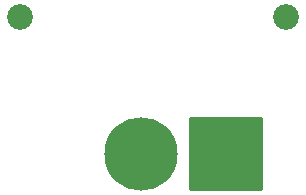
<source format=gbr>
%TF.GenerationSoftware,KiCad,Pcbnew,8.0.1*%
%TF.CreationDate,2024-03-28T16:14:10+02:00*%
%TF.ProjectId,power,706f7765-722e-46b6-9963-61645f706362,rev?*%
%TF.SameCoordinates,Original*%
%TF.FileFunction,Soldermask,Bot*%
%TF.FilePolarity,Negative*%
%FSLAX46Y46*%
G04 Gerber Fmt 4.6, Leading zero omitted, Abs format (unit mm)*
G04 Created by KiCad (PCBNEW 8.0.1) date 2024-03-28 16:14:10*
%MOMM*%
%LPD*%
G01*
G04 APERTURE LIST*
G04 Aperture macros list*
%AMRoundRect*
0 Rectangle with rounded corners*
0 $1 Rounding radius*
0 $2 $3 $4 $5 $6 $7 $8 $9 X,Y pos of 4 corners*
0 Add a 4 corners polygon primitive as box body*
4,1,4,$2,$3,$4,$5,$6,$7,$8,$9,$2,$3,0*
0 Add four circle primitives for the rounded corners*
1,1,$1+$1,$2,$3*
1,1,$1+$1,$4,$5*
1,1,$1+$1,$6,$7*
1,1,$1+$1,$8,$9*
0 Add four rect primitives between the rounded corners*
20,1,$1+$1,$2,$3,$4,$5,0*
20,1,$1+$1,$4,$5,$6,$7,0*
20,1,$1+$1,$6,$7,$8,$9,0*
20,1,$1+$1,$8,$9,$2,$3,0*%
G04 Aperture macros list end*
%ADD10C,6.204000*%
%ADD11RoundRect,0.102000X3.000000X3.000000X-3.000000X3.000000X-3.000000X-3.000000X3.000000X-3.000000X0*%
%ADD12C,2.184000*%
G04 APERTURE END LIST*
D10*
%TO.C,J2*%
X124119000Y-72093000D03*
D11*
X131319000Y-72093000D03*
%TD*%
D12*
%TO.C,F1*%
X136385000Y-60536000D03*
X113885000Y-60536000D03*
%TD*%
M02*

</source>
